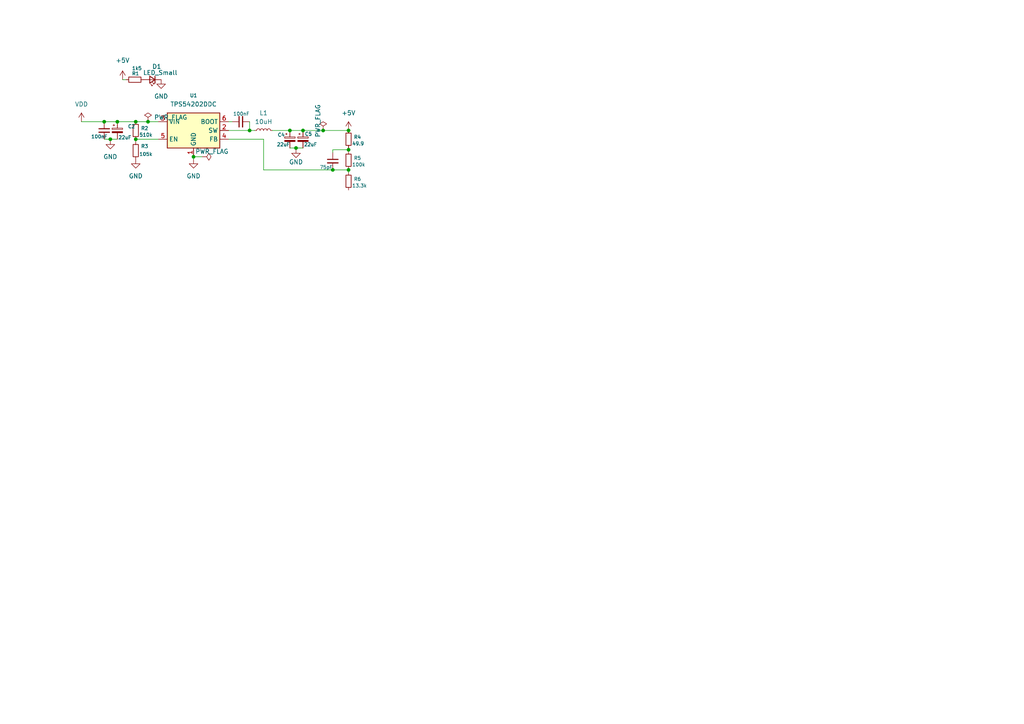
<source format=kicad_sch>
(kicad_sch (version 20211123) (generator eeschema)
  (paper "A4")
  (lib_symbols
    (symbol "Device:C_Polarized_Small" (pin_numbers hide) (pin_names (offset 0.254) hide)
      (property "Reference" "C" (at 0.254 1.778 0))
      (property "Value" "C_Polarized_Small" (at 0.254 -2.032 0))
      (symbol "C_Polarized_Small_0_1"
        (rectangle (start -1.524 -0.3048) (end 1.524 -0.6858) (fill (type outline)))
        (rectangle (start -1.524 0.6858) (end 1.524 0.3048))
        (polyline (pts (xy -1.27 1.524) (xy -0.762 1.524)))
        (polyline (pts (xy -1.016 1.27) (xy -1.016 1.778)))
      )
      (symbol "C_Polarized_Small_1_1"
        (pin passive line (at 0 2.54 270) (length 1.8542) (name "~") (number "1"))
        (pin passive line (at 0 -2.54 90) (length 1.8542) (name "~") (number "2"))
      )
    )
    (symbol "Device:C_Small" (pin_numbers hide) (pin_names (offset 0.254) hide)
      (property "Reference" "C" (at 0.254 1.778 0))
      (property "Value" "C_Small" (at 0.254 -2.032 0))
      (symbol "C_Small_0_1"
        (polyline (pts (xy -1.524 -0.508) (xy 1.524 -0.508)) (stroke (width 0.3302)))
        (polyline (pts (xy -1.524 0.508) (xy 1.524 0.508)) (stroke (width 0.3048)))
      )
      (symbol "C_Small_1_1"
        (pin passive line (at 0 2.54 270) (length 2.032) (name "~") (number "1"))
        (pin passive line (at 0 -2.54 90) (length 2.032) (name "~") (number "2"))
      )
    )
    (symbol "Device:LED_Small" (pin_numbers hide) (pin_names (offset 0.254) hide)
      (property "Reference" "D" (at -1.27 3.175 0))
      (property "Value" "LED_Small" (at -4.445 -2.54 0))
      (symbol "LED_Small_0_1"
        (polyline (pts (xy -0.762 -1.016) (xy -0.762 1.016)) (stroke (width 0.254)))
        (polyline (pts (xy 1.016 0) (xy -0.762 0)))
        (polyline (pts (xy 0.762 -1.016) (xy -0.762 0) (xy 0.762 1.016) (xy 0.762 -1.016)) (stroke (width 0.254)))
        (polyline (pts (xy 0 0.762) (xy -0.508 1.27) (xy -0.254 1.27) (xy -0.508 1.27) (xy -0.508 1.016)))
        (polyline (pts (xy 0.508 1.27) (xy 0 1.778) (xy 0.254 1.778) (xy 0 1.778) (xy 0 1.524)))
      )
      (symbol "LED_Small_1_1"
        (pin passive line (at -2.54 0 0) (length 1.778) (name "K") (number "1"))
        (pin passive line (at 2.54 0 180) (length 1.778) (name "A") (number "2"))
      )
    )
    (symbol "Device:L_Small" (pin_numbers hide) (pin_names (offset 0.254) hide)
      (property "Reference" "L" (at 0.762 1.016 0))
      (property "Value" "L_Small" (at 0.762 -1.016 0))
      (symbol "L_Small_0_1"
        (arc (start 0 -2.032) (mid 0.508 -1.524) (end 0 -1.016))
        (arc (start 0 -1.016) (mid 0.508 -0.508) (end 0 0))
        (arc (start 0 0) (mid 0.508 0.508) (end 0 1.016))
        (arc (start 0 1.016) (mid 0.508 1.524) (end 0 2.032))
      )
      (symbol "L_Small_1_1"
        (pin passive line (at 0 2.54 270) (length 0.508) (name "~") (number "1"))
        (pin passive line (at 0 -2.54 90) (length 0.508) (name "~") (number "2"))
      )
    )
    (symbol "Device:R_Small" (pin_numbers hide) (pin_names (offset 0.254) hide)
      (property "Reference" "R" (at 0.762 0.508 0))
      (property "Value" "R_Small" (at 0.762 -1.016 0))
      (symbol "R_Small_0_1"
        (rectangle (start -0.762 1.778) (end 0.762 -1.778) (stroke (width 0.2032)))
      )
      (symbol "R_Small_1_1"
        (pin passive line (at 0 2.54 270) (length 0.762) (name "~") (number "1"))
        (pin passive line (at 0 -2.54 90) (length 0.762) (name "~") (number "2"))
      )
    )
    (symbol "Regulator_Switching:TPS54202DDC"
      (property "Reference" "U" (at -7.62 6.35 0))
      (property "Value" "TPS54202DDC" (at 0 6.35 0))
      (symbol "TPS54202DDC_0_1"
        (rectangle (start -7.62 5.08) (end 7.62 -5.08) (stroke (width 0.254)) (fill (type background)))
      )
      (symbol "TPS54202DDC_1_1"
        (pin power_in line (at 0 -7.62 90) (length 2.54) (name "GND") (number "1"))
        (pin power_out line (at 10.16 0 180) (length 2.54) (name "SW") (number "2"))
        (pin power_in line (at -10.16 2.54 0) (length 2.54) (name "VIN") (number "3"))
        (pin input line (at 10.16 -2.54 180) (length 2.54) (name "FB") (number "4"))
        (pin input line (at -10.16 -2.54 0) (length 2.54) (name "EN") (number "5"))
        (pin passive line (at 10.16 2.54 180) (length 2.54) (name "BOOT") (number "6"))
      )
    )
    (symbol "power:+5V" (power) (pin_names (offset 0))
      (property "Value" "+5V" (at 0 3.556 0))
      (symbol "+5V_0_1"
        (polyline (pts (xy -0.762 1.27) (xy 0 2.54)))
        (polyline (pts (xy 0 0) (xy 0 2.54)))
        (polyline (pts (xy 0 2.54) (xy 0.762 1.27)))
      )
      (symbol "+5V_1_1"
        (pin power_in line (at 0 0 90) (length 0) hide (name "+5V") (number "1"))
      )
    )
    (symbol "power:GND" (power) (pin_names (offset 0))
      (property "Value" "GND" (at 0 -3.81 0))
      (symbol "GND_0_1"
        (polyline (pts (xy 0 0) (xy 0 -1.27) (xy 1.27 -1.27) (xy 0 -2.54) (xy -1.27 -1.27) (xy 0 -1.27)))
      )
      (symbol "GND_1_1"
        (pin power_in line (at 0 0 270) (length 0) hide (name "GND") (number "1"))
      )
    )
    (symbol "power:PWR_FLAG" (power) (pin_numbers hide) (pin_names (offset 0) hide)
      (property "Value" "PWR_FLAG" (at 0 3.81 0))
      (symbol "PWR_FLAG_0_0"
        (pin power_out line (at 0 0 90) (length 0) (name "pwr") (number "1"))
      )
      (symbol "PWR_FLAG_0_1"
        (polyline (pts (xy 0 0) (xy 0 1.27) (xy -1.016 1.905) (xy 0 2.54) (xy 1.016 1.905) (xy 0 1.27)))
      )
    )
    (symbol "power:VDD" (power) (pin_names (offset 0))
      (property "Value" "VDD" (at 0 3.81 0))
      (symbol "VDD_0_1"
        (polyline (pts (xy -0.762 1.27) (xy 0 2.54)))
        (polyline (pts (xy 0 0) (xy 0 2.54)))
        (polyline (pts (xy 0 2.54) (xy 0.762 1.27)))
      )
      (symbol "VDD_1_1"
        (pin power_in line (at 0 0 90) (length 0) hide (name "VDD") (number "1"))
      )
    )
  )
  (junction (at 32.004 40.386))
  (junction (at 56.134 45.466))
  (junction (at 101.092 49.276))
  (junction (at 85.852 42.926))
  (junction (at 34.036 35.306))
  (junction (at 84.074 37.846))
  (junction (at 42.926 35.306))
  (junction (at 93.726 37.846))
  (junction (at 39.37 40.386))
  (junction (at 101.092 37.846))
  (junction (at 39.37 35.306))
  (junction (at 101.092 43.434))
  (junction (at 96.52 49.276))
  (junction (at 87.884 37.846))
  (junction (at 30.226 35.306))
  (junction (at 72.39 37.846))
  (wire (pts (xy 66.294 35.306) (xy 67.31 35.306)))
  (wire (pts (xy 34.036 35.306) (xy 39.37 35.306)))
  (wire (pts (xy 101.092 42.926) (xy 101.092 43.434)))
  (wire (pts (xy 78.994 37.846) (xy 84.074 37.846)))
  (wire (pts (xy 76.454 40.386) (xy 76.454 49.276)))
  (wire (pts (xy 56.134 46.228) (xy 56.134 45.466)))
  (wire (pts (xy 84.074 37.846) (xy 87.884 37.846)))
  (wire (pts (xy 76.454 49.276) (xy 96.52 49.276)))
  (wire (pts (xy 42.926 35.306) (xy 45.974 35.306)))
  (wire (pts (xy 96.52 49.276) (xy 101.092 49.276)))
  (wire (pts (xy 58.674 45.466) (xy 56.134 45.466)))
  (wire (pts (xy 39.37 40.386) (xy 39.37 41.148)))
  (wire (pts (xy 101.092 49.022) (xy 101.092 49.276)))
  (wire (pts (xy 87.884 37.846) (xy 93.726 37.846)))
  (wire (pts (xy 85.852 42.926) (xy 85.852 43.18)))
  (wire (pts (xy 35.56 23.114) (xy 36.576 23.114)))
  (wire (pts (xy 32.004 40.386) (xy 32.004 40.64)))
  (wire (pts (xy 72.39 37.846) (xy 73.914 37.846)))
  (wire (pts (xy 66.294 37.846) (xy 72.39 37.846)))
  (wire (pts (xy 66.294 40.386) (xy 76.454 40.386)))
  (wire (pts (xy 39.37 35.306) (xy 42.926 35.306)))
  (wire (pts (xy 96.52 43.434) (xy 96.52 44.196)))
  (wire (pts (xy 84.074 42.926) (xy 85.852 42.926)))
  (wire (pts (xy 30.226 35.306) (xy 34.036 35.306)))
  (wire (pts (xy 39.37 40.386) (xy 45.974 40.386)))
  (wire (pts (xy 101.092 43.434) (xy 101.092 43.942)))
  (wire (pts (xy 23.622 35.306) (xy 30.226 35.306)))
  (wire (pts (xy 101.092 49.276) (xy 101.092 50.038)))
  (wire (pts (xy 87.884 42.926) (xy 85.852 42.926)))
  (wire (pts (xy 93.726 37.846) (xy 101.092 37.846)))
  (wire (pts (xy 30.226 40.386) (xy 32.004 40.386)))
  (wire (pts (xy 101.092 43.434) (xy 96.52 43.434)))
  (wire (pts (xy 34.036 40.386) (xy 32.004 40.386)))
  (wire (pts (xy 72.39 35.306) (xy 72.39 37.846)))
  (symbol (lib_id "Device:R_Small") (at 101.092 40.386 0) (unit 1)
    (property "Reference" "R4" (at 102.616 39.751 0) (effects (font (size 1 1)) (justify left)))
    (property "Value" "49.9" (at 102.108 41.656 0) (effects (font (size 1 1)) (justify left)))
  )
  (symbol (lib_id "Device:R_Small") (at 39.37 43.688 0) (unit 1)
    (property "Reference" "R3" (at 40.894 42.418 0) (effects (font (size 1 1)) (justify left)))
    (property "Value" "105k" (at 40.386 44.704 0) (effects (font (size 1 1)) (justify left)))
  )
  (symbol (lib_id "power:GND") (at 39.37 46.228 0) (unit 1)
    (property "Reference" "#PWR0108" (effects hide))
    (property "Value" "GND" (at 39.37 51.054 0))
  )
  (symbol (lib_id "power:PWR_FLAG") (at 93.726 37.846 0) (unit 1)
    (property "Reference" "#FLG0101" (effects hide))
    (property "Value" "PWR_FLAG" (at 92.202 39.878 90) (effects (justify left)))
  )
  (symbol (lib_id "Device:R_Small") (at 39.37 37.846 0) (unit 1)
    (property "Reference" "R2" (at 40.894 37.211 0) (effects (font (size 1 1)) (justify left)))
    (property "Value" "510k" (at 40.386 39.116 0) (effects (font (size 1 1)) (justify left)))
  )
  (symbol (lib_id "power:GND") (at 46.736 23.114 0) (unit 1)
    (property "Reference" "#PWR0105" (effects hide))
    (property "Value" "GND" (at 46.736 27.94 0))
  )
  (symbol (lib_id "Regulator_Switching:TPS54202DDC") (at 56.134 37.846 0) (unit 1)
    (property "Reference" "U1" (at 56.134 27.686 0) (effects (font (size 1 1))))
    (property "Value" "TPS54202DDC" (at 56.134 30.226 0))
    (property "Footprint" "Package_TO_SOT_SMD:SOT-23-6" (effects hide))
    (property "Datasheet" "http://www.ti.com/lit/ds/symlink/tps54202.pdf" (effects hide))
  )
  (symbol (lib_id "Device:LED_Small") (at 44.196 23.114 180) (unit 1)
    (property "Reference" "D1" (at 45.466 19.304 0))
    (property "Value" "LED_Small" (at 46.482 21.082 0))
  )
  (symbol (lib_id "Device:R_Small") (at 39.116 23.114 90) (unit 1)
    (property "Reference" "R1" (at 40.386 21.336 90) (effects (font (size 1 1)) (justify left)))
    (property "Value" "1k5" (at 41.148 19.812 90) (effects (font (size 1 1)) (justify left)))
  )
  (symbol (lib_id "Device:R_Small") (at 101.092 46.482 0) (unit 1)
    (property "Reference" "R5" (at 102.616 45.847 0) (effects (font (size 1 1)) (justify left)))
    (property "Value" "100k" (at 102.108 47.752 0) (effects (font (size 1 1)) (justify left)))
  )
  (symbol (lib_id "Device:C_Small") (at 30.226 37.846 0) (unit 1)
    (property "Reference" "C1" (effects hide))
    (property "Value" "100nF" (at 26.416 39.624 0) (effects (font (size 1 1)) (justify left)))
  )
  (symbol (lib_id "power:GND") (at 85.852 43.18 0) (unit 1)
    (property "Reference" "#PWR0101" (effects hide))
    (property "Value" "GND" (at 85.852 46.99 0))
  )
  (symbol (lib_id "power:+5V") (at 101.092 37.846 0) (unit 1)
    (property "Reference" "#PWR0102" (effects hide))
    (property "Value" "+5V" (at 101.092 32.766 0))
  )
  (symbol (lib_id "power:GND") (at 32.004 40.64 0) (unit 1)
    (property "Reference" "#PWR0107" (effects hide))
    (property "Value" "GND" (at 32.004 45.466 0))
  )
  (symbol (lib_id "Device:C_Polarized_Small") (at 84.074 40.386 0) (unit 1)
    (property "Reference" "C4" (at 80.518 39.116 0) (effects (font (size 1 1)) (justify left)))
    (property "Value" "22uF" (at 80.264 41.91 0) (effects (font (size 1 1)) (justify left)))
  )
  (symbol (lib_id "Device:L_Small") (at 76.454 37.846 90) (unit 1)
    (property "Reference" "L1" (at 76.454 32.766 90))
    (property "Value" "10uH" (at 76.454 35.306 90))
  )
  (symbol (lib_id "power:VDD") (at 23.622 35.306 0) (unit 1)
    (property "Reference" "#PWR0103" (effects hide))
    (property "Value" "VDD" (at 23.622 30.226 0))
  )
  (symbol (lib_id "power:+5V") (at 35.56 23.114 0) (unit 1)
    (property "Reference" "#PWR0106" (effects hide))
    (property "Value" "+5V" (at 35.56 17.526 0))
  )
  (symbol (lib_id "Device:C_Small") (at 69.85 35.306 90) (unit 1)
    (property "Reference" "C3" (effects hide))
    (property "Value" "100nF" (at 72.39 33.02 90) (effects (font (size 1 1)) (justify left)))
  )
  (symbol (lib_id "power:PWR_FLAG") (at 42.926 35.306 0) (unit 1)
    (property "Reference" "#FLG0102" (effects hide))
    (property "Value" "PWR_FLAG" (at 44.704 34.0359 0) (effects (justify left)))
  )
  (symbol (lib_id "power:GND") (at 56.134 46.228 0) (unit 1)
    (property "Reference" "#PWR0104" (effects hide))
    (property "Value" "GND" (at 56.134 51.054 0))
  )
  (symbol (lib_id "power:PWR_FLAG") (at 58.674 45.466 270) (unit 1)
    (property "Reference" "#FLG0103" (effects hide))
    (property "Value" "PWR_FLAG" (at 56.642 43.942 90) (effects (justify left)))
  )
  (symbol (lib_id "Device:C_Small") (at 96.52 46.736 0) (unit 1)
    (property "Reference" "C6" (effects hide))
    (property "Value" "75pF" (at 92.71 48.514 0) (effects (font (size 1 1)) (justify left)))
  )
  (symbol (lib_id "Device:C_Polarized_Small") (at 87.884 40.386 0) (unit 1)
    (property "Reference" "C5" (at 88.392 38.862 0) (effects (font (size 1 1)) (justify left)))
    (property "Value" "22uF" (at 88.138 41.91 0) (effects (font (size 1 1)) (justify left)))
  )
  (symbol (lib_id "Device:R_Small") (at 101.092 52.578 0) (unit 1)
    (property "Reference" "R6" (at 102.616 51.943 0) (effects (font (size 1 1)) (justify left)))
    (property "Value" "13.3k" (at 102.108 53.848 0) (effects (font (size 1 1)) (justify left)))
  )
  (symbol (lib_id "Device:C_Polarized_Small") (at 34.036 37.846 0) (unit 1)
    (property "Reference" "C2" (at 37.084 36.6648 0) (effects (font (size 1 1)) (justify left)))
    (property "Value" "22uF" (at 34.29 39.878 0) (effects (font (size 1 1)) (justify left)))
  )
)
</source>
